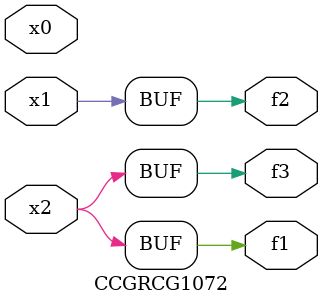
<source format=v>
module CCGRCG1072(
	input x0, x1, x2,
	output f1, f2, f3
);
	assign f1 = x2;
	assign f2 = x1;
	assign f3 = x2;
endmodule

</source>
